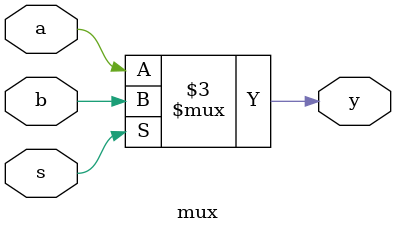
<source format=v>
module mux4(a,b,c,d,s0,s1,y);
  input a,b,c,d,s0,s1;
  output y;
  wire y0,y1;
  
  mux dut1(a,b,s0,y0);
  mux dut2(c,d,s0,y1);
  mux dut3(y0,y1,s1,y);
endmodule

module mux(a,b,s,y);
  input a,b,s;
  output reg y;
  
  always @(*)begin
    if(s)
      y<=b;
    else
      y<=a;
  end
endmodule

</source>
